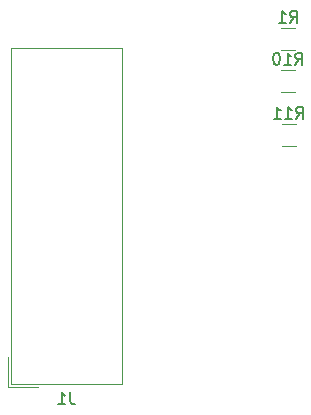
<source format=gbr>
G04 #@! TF.GenerationSoftware,KiCad,Pcbnew,(5.1.2-1)-1*
G04 #@! TF.CreationDate,2019-06-13T22:38:42+01:00*
G04 #@! TF.ProjectId,K3S_Seq_IF_Front_Panel,4b33535f-5365-4715-9f49-465f46726f6e,rev?*
G04 #@! TF.SameCoordinates,Original*
G04 #@! TF.FileFunction,Legend,Bot*
G04 #@! TF.FilePolarity,Positive*
%FSLAX46Y46*%
G04 Gerber Fmt 4.6, Leading zero omitted, Abs format (unit mm)*
G04 Created by KiCad (PCBNEW (5.1.2-1)-1) date 2019-06-13 22:38:42*
%MOMM*%
%LPD*%
G04 APERTURE LIST*
%ADD10C,0.120000*%
%ADD11C,0.150000*%
G04 APERTURE END LIST*
D10*
X89765000Y-79010000D02*
X89765000Y-50530000D01*
X89765000Y-50530000D02*
X80415000Y-50530000D01*
X80415000Y-50530000D02*
X80415000Y-79010000D01*
X80415000Y-79010000D02*
X89765000Y-79010000D01*
X80165000Y-79260000D02*
X80165000Y-76720000D01*
X80165000Y-79260000D02*
X82705000Y-79260000D01*
X104488064Y-48874000D02*
X103283936Y-48874000D01*
X104488064Y-50694000D02*
X103283936Y-50694000D01*
X104451564Y-54250000D02*
X103247436Y-54250000D01*
X104451564Y-52430000D02*
X103247436Y-52430000D01*
X104524564Y-57002000D02*
X103320436Y-57002000D01*
X104524564Y-58822000D02*
X103320436Y-58822000D01*
D11*
X85423333Y-79716380D02*
X85423333Y-80430666D01*
X85470952Y-80573523D01*
X85566190Y-80668761D01*
X85709047Y-80716380D01*
X85804285Y-80716380D01*
X84423333Y-80716380D02*
X84994761Y-80716380D01*
X84709047Y-80716380D02*
X84709047Y-79716380D01*
X84804285Y-79859238D01*
X84899523Y-79954476D01*
X84994761Y-80002095D01*
X104052666Y-48416380D02*
X104386000Y-47940190D01*
X104624095Y-48416380D02*
X104624095Y-47416380D01*
X104243142Y-47416380D01*
X104147904Y-47464000D01*
X104100285Y-47511619D01*
X104052666Y-47606857D01*
X104052666Y-47749714D01*
X104100285Y-47844952D01*
X104147904Y-47892571D01*
X104243142Y-47940190D01*
X104624095Y-47940190D01*
X103100285Y-48416380D02*
X103671714Y-48416380D01*
X103386000Y-48416380D02*
X103386000Y-47416380D01*
X103481238Y-47559238D01*
X103576476Y-47654476D01*
X103671714Y-47702095D01*
X104492357Y-51972380D02*
X104825690Y-51496190D01*
X105063785Y-51972380D02*
X105063785Y-50972380D01*
X104682833Y-50972380D01*
X104587595Y-51020000D01*
X104539976Y-51067619D01*
X104492357Y-51162857D01*
X104492357Y-51305714D01*
X104539976Y-51400952D01*
X104587595Y-51448571D01*
X104682833Y-51496190D01*
X105063785Y-51496190D01*
X103539976Y-51972380D02*
X104111404Y-51972380D01*
X103825690Y-51972380D02*
X103825690Y-50972380D01*
X103920928Y-51115238D01*
X104016166Y-51210476D01*
X104111404Y-51258095D01*
X102920928Y-50972380D02*
X102825690Y-50972380D01*
X102730452Y-51020000D01*
X102682833Y-51067619D01*
X102635214Y-51162857D01*
X102587595Y-51353333D01*
X102587595Y-51591428D01*
X102635214Y-51781904D01*
X102682833Y-51877142D01*
X102730452Y-51924761D01*
X102825690Y-51972380D01*
X102920928Y-51972380D01*
X103016166Y-51924761D01*
X103063785Y-51877142D01*
X103111404Y-51781904D01*
X103159023Y-51591428D01*
X103159023Y-51353333D01*
X103111404Y-51162857D01*
X103063785Y-51067619D01*
X103016166Y-51020000D01*
X102920928Y-50972380D01*
X104565357Y-56544380D02*
X104898690Y-56068190D01*
X105136785Y-56544380D02*
X105136785Y-55544380D01*
X104755833Y-55544380D01*
X104660595Y-55592000D01*
X104612976Y-55639619D01*
X104565357Y-55734857D01*
X104565357Y-55877714D01*
X104612976Y-55972952D01*
X104660595Y-56020571D01*
X104755833Y-56068190D01*
X105136785Y-56068190D01*
X103612976Y-56544380D02*
X104184404Y-56544380D01*
X103898690Y-56544380D02*
X103898690Y-55544380D01*
X103993928Y-55687238D01*
X104089166Y-55782476D01*
X104184404Y-55830095D01*
X102660595Y-56544380D02*
X103232023Y-56544380D01*
X102946309Y-56544380D02*
X102946309Y-55544380D01*
X103041547Y-55687238D01*
X103136785Y-55782476D01*
X103232023Y-55830095D01*
M02*

</source>
